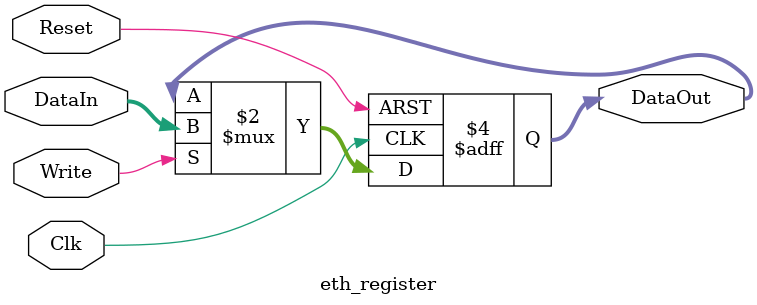
<source format=v>

`include "timescale.v"


module eth_register(DataIn, DataOut, Write, Clk, Reset);

parameter WIDTH = 8; // default parameter of the register width
parameter RESET_VALUE = 0;

input [WIDTH-1:0] DataIn;

input Write;
input Clk;
input Reset;

output [WIDTH-1:0] DataOut;
reg    [WIDTH-1:0] DataOut;



   always @ (posedge Clk or posedge Reset)
     if(Reset)
       DataOut<=#1 RESET_VALUE;
     else
       if(Write)                         // write
	 DataOut<=#1 DataIn;
   
endmodule   // Register

</source>
